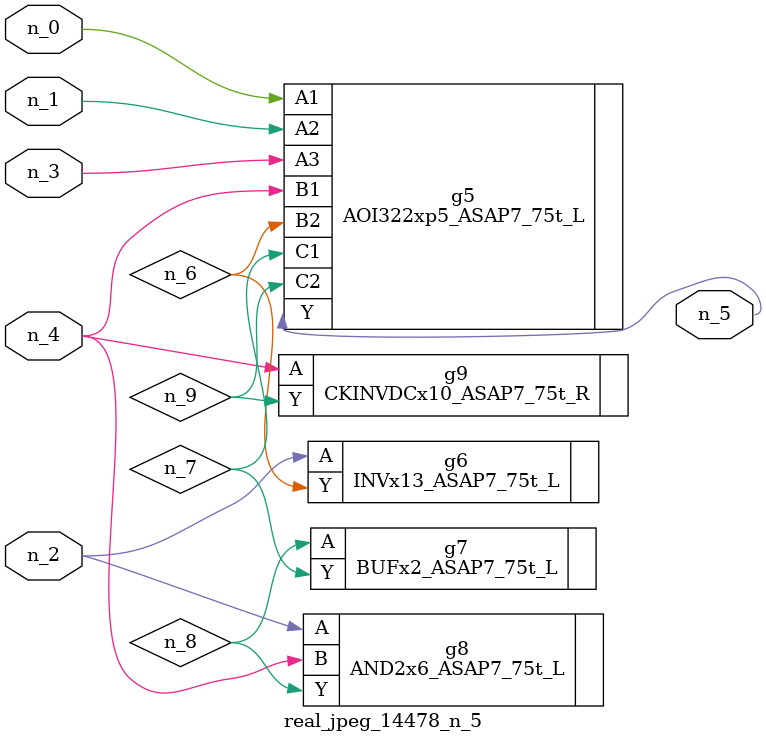
<source format=v>
module real_jpeg_14478_n_5 (n_4, n_0, n_1, n_2, n_3, n_5);

input n_4;
input n_0;
input n_1;
input n_2;
input n_3;

output n_5;

wire n_8;
wire n_6;
wire n_7;
wire n_9;

AOI322xp5_ASAP7_75t_L g5 ( 
.A1(n_0),
.A2(n_1),
.A3(n_3),
.B1(n_4),
.B2(n_6),
.C1(n_7),
.C2(n_9),
.Y(n_5)
);

INVx13_ASAP7_75t_L g6 ( 
.A(n_2),
.Y(n_6)
);

AND2x6_ASAP7_75t_L g8 ( 
.A(n_2),
.B(n_4),
.Y(n_8)
);

CKINVDCx10_ASAP7_75t_R g9 ( 
.A(n_4),
.Y(n_9)
);

BUFx2_ASAP7_75t_L g7 ( 
.A(n_8),
.Y(n_7)
);


endmodule
</source>
